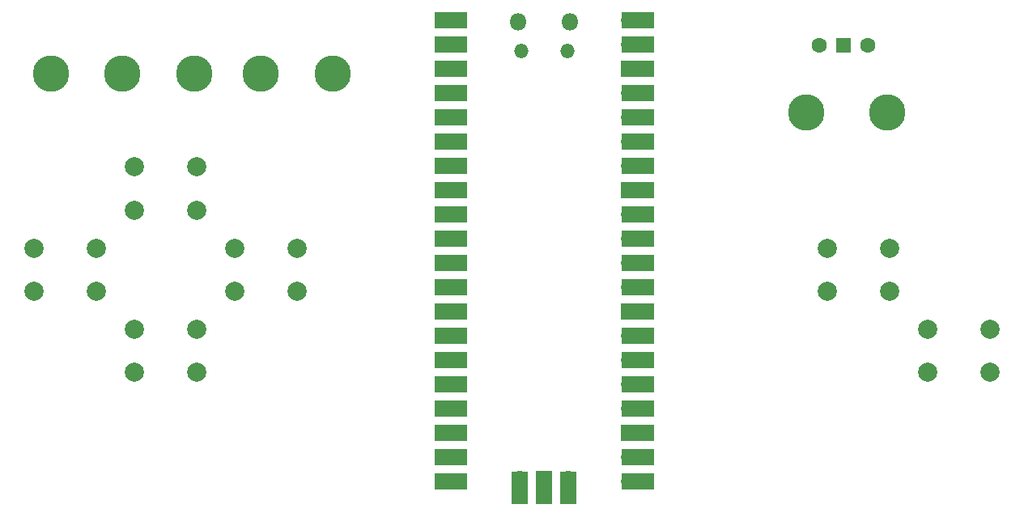
<source format=gbr>
%TF.GenerationSoftware,KiCad,Pcbnew,9.0.5*%
%TF.CreationDate,2025-11-07T13:00:19-05:00*%
%TF.ProjectId,PCB,5043422e-6b69-4636-9164-5f7063625858,rev?*%
%TF.SameCoordinates,Original*%
%TF.FileFunction,Soldermask,Top*%
%TF.FilePolarity,Negative*%
%FSLAX46Y46*%
G04 Gerber Fmt 4.6, Leading zero omitted, Abs format (unit mm)*
G04 Created by KiCad (PCBNEW 9.0.5) date 2025-11-07 13:00:19*
%MOMM*%
%LPD*%
G01*
G04 APERTURE LIST*
%ADD10C,3.800000*%
%ADD11C,2.000000*%
%ADD12R,1.500000X1.500000*%
%ADD13C,1.600000*%
%ADD14O,1.800000X1.800000*%
%ADD15O,1.500000X1.500000*%
%ADD16O,1.700000X1.700000*%
%ADD17R,3.500000X1.700000*%
%ADD18R,1.700000X1.700000*%
%ADD19R,1.700000X3.500000*%
G04 APERTURE END LIST*
D10*
%TO.C,H1*%
X70500000Y-74000000D03*
%TD*%
D11*
%TO.C,SW1*%
X79250000Y-83750000D03*
X85750000Y-83750000D03*
X79250000Y-88250000D03*
X85750000Y-88250000D03*
%TD*%
%TO.C,SW3*%
X89750000Y-92250000D03*
X96250000Y-92250000D03*
X89750000Y-96750000D03*
X96250000Y-96750000D03*
%TD*%
D12*
%TO.C,SW7*%
X153460000Y-71000000D03*
D13*
X150920000Y-71000000D03*
X156000000Y-71000000D03*
%TD*%
D11*
%TO.C,SW5*%
X151750000Y-92250000D03*
X158250000Y-92250000D03*
X151750000Y-96750000D03*
X158250000Y-96750000D03*
%TD*%
%TO.C,SW2*%
X68750000Y-92250000D03*
X75250000Y-92250000D03*
X68750000Y-96750000D03*
X75250000Y-96750000D03*
%TD*%
D10*
%TO.C,H4*%
X92500000Y-74000000D03*
%TD*%
D11*
%TO.C,SW6*%
X162250000Y-100750000D03*
X168750000Y-100750000D03*
X162250000Y-105250000D03*
X168750000Y-105250000D03*
%TD*%
%TO.C,SW4*%
X79250000Y-100750000D03*
X85750000Y-100750000D03*
X79250000Y-105250000D03*
X85750000Y-105250000D03*
%TD*%
D10*
%TO.C,H6*%
X149500000Y-78000000D03*
%TD*%
D14*
%TO.C,U1*%
X119385000Y-68530000D03*
D15*
X119685000Y-71560000D03*
X124535000Y-71560000D03*
D14*
X124835000Y-68530000D03*
D16*
X113220000Y-68400000D03*
D17*
X112320000Y-68400000D03*
D16*
X113220000Y-70940000D03*
D17*
X112320000Y-70940000D03*
D18*
X113220000Y-73480000D03*
D17*
X112320000Y-73480000D03*
D16*
X113220000Y-76020000D03*
D17*
X112320000Y-76020000D03*
D16*
X113220000Y-78560000D03*
D17*
X112320000Y-78560000D03*
D16*
X113220000Y-81100000D03*
D17*
X112320000Y-81100000D03*
D16*
X113220000Y-83640000D03*
D17*
X112320000Y-83640000D03*
D18*
X113220000Y-86180000D03*
D17*
X112320000Y-86180000D03*
D16*
X113220000Y-88720000D03*
D17*
X112320000Y-88720000D03*
D16*
X113220000Y-91260000D03*
D17*
X112320000Y-91260000D03*
D16*
X113220000Y-93800000D03*
D17*
X112320000Y-93800000D03*
D16*
X113220000Y-96340000D03*
D17*
X112320000Y-96340000D03*
D18*
X113220000Y-98880000D03*
D17*
X112320000Y-98880000D03*
D16*
X113220000Y-101420000D03*
D17*
X112320000Y-101420000D03*
D16*
X113220000Y-103960000D03*
D17*
X112320000Y-103960000D03*
D16*
X113220000Y-106500000D03*
D17*
X112320000Y-106500000D03*
D16*
X113220000Y-109040000D03*
D17*
X112320000Y-109040000D03*
D18*
X113220000Y-111580000D03*
D17*
X112320000Y-111580000D03*
D16*
X113220000Y-114120000D03*
D17*
X112320000Y-114120000D03*
D16*
X113220000Y-116660000D03*
D17*
X112320000Y-116660000D03*
D16*
X131000000Y-116660000D03*
D17*
X131900000Y-116660000D03*
D16*
X131000000Y-114120000D03*
D17*
X131900000Y-114120000D03*
D18*
X131000000Y-111580000D03*
D17*
X131900000Y-111580000D03*
D16*
X131000000Y-109040000D03*
D17*
X131900000Y-109040000D03*
D16*
X131000000Y-106500000D03*
D17*
X131900000Y-106500000D03*
D16*
X131000000Y-103960000D03*
D17*
X131900000Y-103960000D03*
D16*
X131000000Y-101420000D03*
D17*
X131900000Y-101420000D03*
D18*
X131000000Y-98880000D03*
D17*
X131900000Y-98880000D03*
D16*
X131000000Y-96340000D03*
D17*
X131900000Y-96340000D03*
D16*
X131000000Y-93800000D03*
D17*
X131900000Y-93800000D03*
D16*
X131000000Y-91260000D03*
D17*
X131900000Y-91260000D03*
D16*
X131000000Y-88720000D03*
D17*
X131900000Y-88720000D03*
D18*
X131000000Y-86180000D03*
D17*
X131900000Y-86180000D03*
D16*
X131000000Y-83640000D03*
D17*
X131900000Y-83640000D03*
D16*
X131000000Y-81100000D03*
D17*
X131900000Y-81100000D03*
D16*
X131000000Y-78560000D03*
D17*
X131900000Y-78560000D03*
D16*
X131000000Y-76020000D03*
D17*
X131900000Y-76020000D03*
D18*
X131000000Y-73480000D03*
D17*
X131900000Y-73480000D03*
D16*
X131000000Y-70940000D03*
D17*
X131900000Y-70940000D03*
D16*
X131000000Y-68400000D03*
D17*
X131900000Y-68400000D03*
D16*
X119570000Y-116430000D03*
D19*
X119570000Y-117330000D03*
D18*
X122110000Y-116430000D03*
D19*
X122110000Y-117330000D03*
D16*
X124650000Y-116430000D03*
D19*
X124650000Y-117330000D03*
%TD*%
D10*
%TO.C,H2*%
X78000000Y-74000000D03*
%TD*%
%TO.C,H3*%
X85500000Y-74000000D03*
%TD*%
%TO.C,H7*%
X158000000Y-78000000D03*
%TD*%
%TO.C,H5*%
X100000000Y-74000000D03*
%TD*%
M02*

</source>
